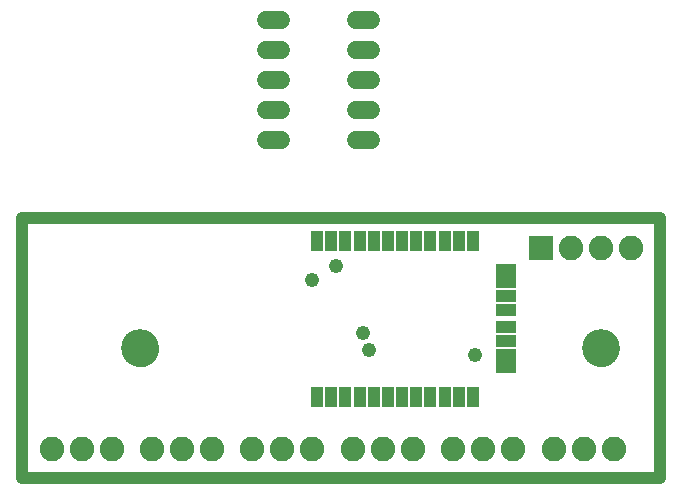
<source format=gbs>
G75*
%MOIN*%
%OFA0B0*%
%FSLAX25Y25*%
%IPPOS*%
%LPD*%
%AMOC8*
5,1,8,0,0,1.08239X$1,22.5*
%
%ADD10C,0.03937*%
%ADD11R,0.03950X0.07099*%
%ADD12R,0.07099X0.03950*%
%ADD13C,0.00000*%
%ADD14C,0.12611*%
%ADD15C,0.08200*%
%ADD16C,0.06000*%
%ADD17R,0.08200X0.08200*%
%ADD18C,0.04762*%
D10*
X0002969Y0005657D02*
X0215567Y0005657D01*
X0215567Y0092272D01*
X0002969Y0092272D01*
X0002969Y0005657D01*
D11*
X0101276Y0032902D03*
X0106000Y0032902D03*
X0110724Y0032902D03*
X0115449Y0032902D03*
X0120173Y0032902D03*
X0124898Y0032902D03*
X0129622Y0032902D03*
X0134346Y0032902D03*
X0139071Y0032902D03*
X0143795Y0032902D03*
X0148520Y0032902D03*
X0153244Y0032902D03*
X0153244Y0084870D03*
X0148520Y0084870D03*
X0143795Y0084870D03*
X0139071Y0084870D03*
X0134346Y0084870D03*
X0129622Y0084870D03*
X0124898Y0084870D03*
X0120173Y0084870D03*
X0115449Y0084870D03*
X0110724Y0084870D03*
X0106000Y0084870D03*
X0101276Y0084870D03*
D12*
X0164268Y0075115D03*
X0164268Y0071091D03*
X0164268Y0066366D03*
X0164268Y0061642D03*
X0164268Y0056130D03*
X0164268Y0051406D03*
X0164268Y0046681D03*
X0164268Y0042657D03*
D13*
X0189976Y0048965D02*
X0189978Y0049118D01*
X0189984Y0049272D01*
X0189994Y0049425D01*
X0190008Y0049577D01*
X0190026Y0049730D01*
X0190048Y0049881D01*
X0190073Y0050032D01*
X0190103Y0050183D01*
X0190137Y0050333D01*
X0190174Y0050481D01*
X0190215Y0050629D01*
X0190260Y0050775D01*
X0190309Y0050921D01*
X0190362Y0051065D01*
X0190418Y0051207D01*
X0190478Y0051348D01*
X0190542Y0051488D01*
X0190609Y0051626D01*
X0190680Y0051762D01*
X0190755Y0051896D01*
X0190832Y0052028D01*
X0190914Y0052158D01*
X0190998Y0052286D01*
X0191086Y0052412D01*
X0191177Y0052535D01*
X0191271Y0052656D01*
X0191369Y0052774D01*
X0191469Y0052890D01*
X0191573Y0053003D01*
X0191679Y0053114D01*
X0191788Y0053222D01*
X0191900Y0053327D01*
X0192014Y0053428D01*
X0192132Y0053527D01*
X0192251Y0053623D01*
X0192373Y0053716D01*
X0192498Y0053805D01*
X0192625Y0053892D01*
X0192754Y0053974D01*
X0192885Y0054054D01*
X0193018Y0054130D01*
X0193153Y0054203D01*
X0193290Y0054272D01*
X0193429Y0054337D01*
X0193569Y0054399D01*
X0193711Y0054457D01*
X0193854Y0054512D01*
X0193999Y0054563D01*
X0194145Y0054610D01*
X0194292Y0054653D01*
X0194440Y0054692D01*
X0194589Y0054728D01*
X0194739Y0054759D01*
X0194890Y0054787D01*
X0195041Y0054811D01*
X0195194Y0054831D01*
X0195346Y0054847D01*
X0195499Y0054859D01*
X0195652Y0054867D01*
X0195805Y0054871D01*
X0195959Y0054871D01*
X0196112Y0054867D01*
X0196265Y0054859D01*
X0196418Y0054847D01*
X0196570Y0054831D01*
X0196723Y0054811D01*
X0196874Y0054787D01*
X0197025Y0054759D01*
X0197175Y0054728D01*
X0197324Y0054692D01*
X0197472Y0054653D01*
X0197619Y0054610D01*
X0197765Y0054563D01*
X0197910Y0054512D01*
X0198053Y0054457D01*
X0198195Y0054399D01*
X0198335Y0054337D01*
X0198474Y0054272D01*
X0198611Y0054203D01*
X0198746Y0054130D01*
X0198879Y0054054D01*
X0199010Y0053974D01*
X0199139Y0053892D01*
X0199266Y0053805D01*
X0199391Y0053716D01*
X0199513Y0053623D01*
X0199632Y0053527D01*
X0199750Y0053428D01*
X0199864Y0053327D01*
X0199976Y0053222D01*
X0200085Y0053114D01*
X0200191Y0053003D01*
X0200295Y0052890D01*
X0200395Y0052774D01*
X0200493Y0052656D01*
X0200587Y0052535D01*
X0200678Y0052412D01*
X0200766Y0052286D01*
X0200850Y0052158D01*
X0200932Y0052028D01*
X0201009Y0051896D01*
X0201084Y0051762D01*
X0201155Y0051626D01*
X0201222Y0051488D01*
X0201286Y0051348D01*
X0201346Y0051207D01*
X0201402Y0051065D01*
X0201455Y0050921D01*
X0201504Y0050775D01*
X0201549Y0050629D01*
X0201590Y0050481D01*
X0201627Y0050333D01*
X0201661Y0050183D01*
X0201691Y0050032D01*
X0201716Y0049881D01*
X0201738Y0049730D01*
X0201756Y0049577D01*
X0201770Y0049425D01*
X0201780Y0049272D01*
X0201786Y0049118D01*
X0201788Y0048965D01*
X0201786Y0048812D01*
X0201780Y0048658D01*
X0201770Y0048505D01*
X0201756Y0048353D01*
X0201738Y0048200D01*
X0201716Y0048049D01*
X0201691Y0047898D01*
X0201661Y0047747D01*
X0201627Y0047597D01*
X0201590Y0047449D01*
X0201549Y0047301D01*
X0201504Y0047155D01*
X0201455Y0047009D01*
X0201402Y0046865D01*
X0201346Y0046723D01*
X0201286Y0046582D01*
X0201222Y0046442D01*
X0201155Y0046304D01*
X0201084Y0046168D01*
X0201009Y0046034D01*
X0200932Y0045902D01*
X0200850Y0045772D01*
X0200766Y0045644D01*
X0200678Y0045518D01*
X0200587Y0045395D01*
X0200493Y0045274D01*
X0200395Y0045156D01*
X0200295Y0045040D01*
X0200191Y0044927D01*
X0200085Y0044816D01*
X0199976Y0044708D01*
X0199864Y0044603D01*
X0199750Y0044502D01*
X0199632Y0044403D01*
X0199513Y0044307D01*
X0199391Y0044214D01*
X0199266Y0044125D01*
X0199139Y0044038D01*
X0199010Y0043956D01*
X0198879Y0043876D01*
X0198746Y0043800D01*
X0198611Y0043727D01*
X0198474Y0043658D01*
X0198335Y0043593D01*
X0198195Y0043531D01*
X0198053Y0043473D01*
X0197910Y0043418D01*
X0197765Y0043367D01*
X0197619Y0043320D01*
X0197472Y0043277D01*
X0197324Y0043238D01*
X0197175Y0043202D01*
X0197025Y0043171D01*
X0196874Y0043143D01*
X0196723Y0043119D01*
X0196570Y0043099D01*
X0196418Y0043083D01*
X0196265Y0043071D01*
X0196112Y0043063D01*
X0195959Y0043059D01*
X0195805Y0043059D01*
X0195652Y0043063D01*
X0195499Y0043071D01*
X0195346Y0043083D01*
X0195194Y0043099D01*
X0195041Y0043119D01*
X0194890Y0043143D01*
X0194739Y0043171D01*
X0194589Y0043202D01*
X0194440Y0043238D01*
X0194292Y0043277D01*
X0194145Y0043320D01*
X0193999Y0043367D01*
X0193854Y0043418D01*
X0193711Y0043473D01*
X0193569Y0043531D01*
X0193429Y0043593D01*
X0193290Y0043658D01*
X0193153Y0043727D01*
X0193018Y0043800D01*
X0192885Y0043876D01*
X0192754Y0043956D01*
X0192625Y0044038D01*
X0192498Y0044125D01*
X0192373Y0044214D01*
X0192251Y0044307D01*
X0192132Y0044403D01*
X0192014Y0044502D01*
X0191900Y0044603D01*
X0191788Y0044708D01*
X0191679Y0044816D01*
X0191573Y0044927D01*
X0191469Y0045040D01*
X0191369Y0045156D01*
X0191271Y0045274D01*
X0191177Y0045395D01*
X0191086Y0045518D01*
X0190998Y0045644D01*
X0190914Y0045772D01*
X0190832Y0045902D01*
X0190755Y0046034D01*
X0190680Y0046168D01*
X0190609Y0046304D01*
X0190542Y0046442D01*
X0190478Y0046582D01*
X0190418Y0046723D01*
X0190362Y0046865D01*
X0190309Y0047009D01*
X0190260Y0047155D01*
X0190215Y0047301D01*
X0190174Y0047449D01*
X0190137Y0047597D01*
X0190103Y0047747D01*
X0190073Y0047898D01*
X0190048Y0048049D01*
X0190026Y0048200D01*
X0190008Y0048353D01*
X0189994Y0048505D01*
X0189984Y0048658D01*
X0189978Y0048812D01*
X0189976Y0048965D01*
X0036433Y0048965D02*
X0036435Y0049118D01*
X0036441Y0049272D01*
X0036451Y0049425D01*
X0036465Y0049577D01*
X0036483Y0049730D01*
X0036505Y0049881D01*
X0036530Y0050032D01*
X0036560Y0050183D01*
X0036594Y0050333D01*
X0036631Y0050481D01*
X0036672Y0050629D01*
X0036717Y0050775D01*
X0036766Y0050921D01*
X0036819Y0051065D01*
X0036875Y0051207D01*
X0036935Y0051348D01*
X0036999Y0051488D01*
X0037066Y0051626D01*
X0037137Y0051762D01*
X0037212Y0051896D01*
X0037289Y0052028D01*
X0037371Y0052158D01*
X0037455Y0052286D01*
X0037543Y0052412D01*
X0037634Y0052535D01*
X0037728Y0052656D01*
X0037826Y0052774D01*
X0037926Y0052890D01*
X0038030Y0053003D01*
X0038136Y0053114D01*
X0038245Y0053222D01*
X0038357Y0053327D01*
X0038471Y0053428D01*
X0038589Y0053527D01*
X0038708Y0053623D01*
X0038830Y0053716D01*
X0038955Y0053805D01*
X0039082Y0053892D01*
X0039211Y0053974D01*
X0039342Y0054054D01*
X0039475Y0054130D01*
X0039610Y0054203D01*
X0039747Y0054272D01*
X0039886Y0054337D01*
X0040026Y0054399D01*
X0040168Y0054457D01*
X0040311Y0054512D01*
X0040456Y0054563D01*
X0040602Y0054610D01*
X0040749Y0054653D01*
X0040897Y0054692D01*
X0041046Y0054728D01*
X0041196Y0054759D01*
X0041347Y0054787D01*
X0041498Y0054811D01*
X0041651Y0054831D01*
X0041803Y0054847D01*
X0041956Y0054859D01*
X0042109Y0054867D01*
X0042262Y0054871D01*
X0042416Y0054871D01*
X0042569Y0054867D01*
X0042722Y0054859D01*
X0042875Y0054847D01*
X0043027Y0054831D01*
X0043180Y0054811D01*
X0043331Y0054787D01*
X0043482Y0054759D01*
X0043632Y0054728D01*
X0043781Y0054692D01*
X0043929Y0054653D01*
X0044076Y0054610D01*
X0044222Y0054563D01*
X0044367Y0054512D01*
X0044510Y0054457D01*
X0044652Y0054399D01*
X0044792Y0054337D01*
X0044931Y0054272D01*
X0045068Y0054203D01*
X0045203Y0054130D01*
X0045336Y0054054D01*
X0045467Y0053974D01*
X0045596Y0053892D01*
X0045723Y0053805D01*
X0045848Y0053716D01*
X0045970Y0053623D01*
X0046089Y0053527D01*
X0046207Y0053428D01*
X0046321Y0053327D01*
X0046433Y0053222D01*
X0046542Y0053114D01*
X0046648Y0053003D01*
X0046752Y0052890D01*
X0046852Y0052774D01*
X0046950Y0052656D01*
X0047044Y0052535D01*
X0047135Y0052412D01*
X0047223Y0052286D01*
X0047307Y0052158D01*
X0047389Y0052028D01*
X0047466Y0051896D01*
X0047541Y0051762D01*
X0047612Y0051626D01*
X0047679Y0051488D01*
X0047743Y0051348D01*
X0047803Y0051207D01*
X0047859Y0051065D01*
X0047912Y0050921D01*
X0047961Y0050775D01*
X0048006Y0050629D01*
X0048047Y0050481D01*
X0048084Y0050333D01*
X0048118Y0050183D01*
X0048148Y0050032D01*
X0048173Y0049881D01*
X0048195Y0049730D01*
X0048213Y0049577D01*
X0048227Y0049425D01*
X0048237Y0049272D01*
X0048243Y0049118D01*
X0048245Y0048965D01*
X0048243Y0048812D01*
X0048237Y0048658D01*
X0048227Y0048505D01*
X0048213Y0048353D01*
X0048195Y0048200D01*
X0048173Y0048049D01*
X0048148Y0047898D01*
X0048118Y0047747D01*
X0048084Y0047597D01*
X0048047Y0047449D01*
X0048006Y0047301D01*
X0047961Y0047155D01*
X0047912Y0047009D01*
X0047859Y0046865D01*
X0047803Y0046723D01*
X0047743Y0046582D01*
X0047679Y0046442D01*
X0047612Y0046304D01*
X0047541Y0046168D01*
X0047466Y0046034D01*
X0047389Y0045902D01*
X0047307Y0045772D01*
X0047223Y0045644D01*
X0047135Y0045518D01*
X0047044Y0045395D01*
X0046950Y0045274D01*
X0046852Y0045156D01*
X0046752Y0045040D01*
X0046648Y0044927D01*
X0046542Y0044816D01*
X0046433Y0044708D01*
X0046321Y0044603D01*
X0046207Y0044502D01*
X0046089Y0044403D01*
X0045970Y0044307D01*
X0045848Y0044214D01*
X0045723Y0044125D01*
X0045596Y0044038D01*
X0045467Y0043956D01*
X0045336Y0043876D01*
X0045203Y0043800D01*
X0045068Y0043727D01*
X0044931Y0043658D01*
X0044792Y0043593D01*
X0044652Y0043531D01*
X0044510Y0043473D01*
X0044367Y0043418D01*
X0044222Y0043367D01*
X0044076Y0043320D01*
X0043929Y0043277D01*
X0043781Y0043238D01*
X0043632Y0043202D01*
X0043482Y0043171D01*
X0043331Y0043143D01*
X0043180Y0043119D01*
X0043027Y0043099D01*
X0042875Y0043083D01*
X0042722Y0043071D01*
X0042569Y0043063D01*
X0042416Y0043059D01*
X0042262Y0043059D01*
X0042109Y0043063D01*
X0041956Y0043071D01*
X0041803Y0043083D01*
X0041651Y0043099D01*
X0041498Y0043119D01*
X0041347Y0043143D01*
X0041196Y0043171D01*
X0041046Y0043202D01*
X0040897Y0043238D01*
X0040749Y0043277D01*
X0040602Y0043320D01*
X0040456Y0043367D01*
X0040311Y0043418D01*
X0040168Y0043473D01*
X0040026Y0043531D01*
X0039886Y0043593D01*
X0039747Y0043658D01*
X0039610Y0043727D01*
X0039475Y0043800D01*
X0039342Y0043876D01*
X0039211Y0043956D01*
X0039082Y0044038D01*
X0038955Y0044125D01*
X0038830Y0044214D01*
X0038708Y0044307D01*
X0038589Y0044403D01*
X0038471Y0044502D01*
X0038357Y0044603D01*
X0038245Y0044708D01*
X0038136Y0044816D01*
X0038030Y0044927D01*
X0037926Y0045040D01*
X0037826Y0045156D01*
X0037728Y0045274D01*
X0037634Y0045395D01*
X0037543Y0045518D01*
X0037455Y0045644D01*
X0037371Y0045772D01*
X0037289Y0045902D01*
X0037212Y0046034D01*
X0037137Y0046168D01*
X0037066Y0046304D01*
X0036999Y0046442D01*
X0036935Y0046582D01*
X0036875Y0046723D01*
X0036819Y0046865D01*
X0036766Y0047009D01*
X0036717Y0047155D01*
X0036672Y0047301D01*
X0036631Y0047449D01*
X0036594Y0047597D01*
X0036560Y0047747D01*
X0036530Y0047898D01*
X0036505Y0048049D01*
X0036483Y0048200D01*
X0036465Y0048353D01*
X0036451Y0048505D01*
X0036441Y0048658D01*
X0036435Y0048812D01*
X0036433Y0048965D01*
D14*
X0042339Y0048965D03*
X0195882Y0048965D03*
D15*
X0195803Y0082429D03*
X0185803Y0082429D03*
X0205803Y0082429D03*
X0200134Y0015500D03*
X0190134Y0015500D03*
X0180134Y0015500D03*
X0166669Y0015500D03*
X0156669Y0015500D03*
X0146669Y0015500D03*
X0133205Y0015500D03*
X0123205Y0015500D03*
X0113205Y0015500D03*
X0099740Y0015500D03*
X0089740Y0015500D03*
X0079740Y0015500D03*
X0066276Y0015500D03*
X0056276Y0015500D03*
X0046276Y0015500D03*
X0032811Y0015500D03*
X0022811Y0015500D03*
X0012811Y0015500D03*
D16*
X0084187Y0118335D02*
X0089387Y0118335D01*
X0089387Y0128335D02*
X0084187Y0128335D01*
X0084187Y0138335D02*
X0089387Y0138335D01*
X0089387Y0148335D02*
X0084187Y0148335D01*
X0084187Y0158335D02*
X0089387Y0158335D01*
X0114187Y0158335D02*
X0119387Y0158335D01*
X0119387Y0148335D02*
X0114187Y0148335D01*
X0114187Y0138335D02*
X0119387Y0138335D01*
X0119387Y0128335D02*
X0114187Y0128335D01*
X0114187Y0118335D02*
X0119387Y0118335D01*
D17*
X0175803Y0082429D03*
D18*
X0154071Y0046681D03*
X0118717Y0048571D03*
X0116748Y0054083D03*
X0099425Y0071799D03*
X0107693Y0076524D03*
M02*

</source>
